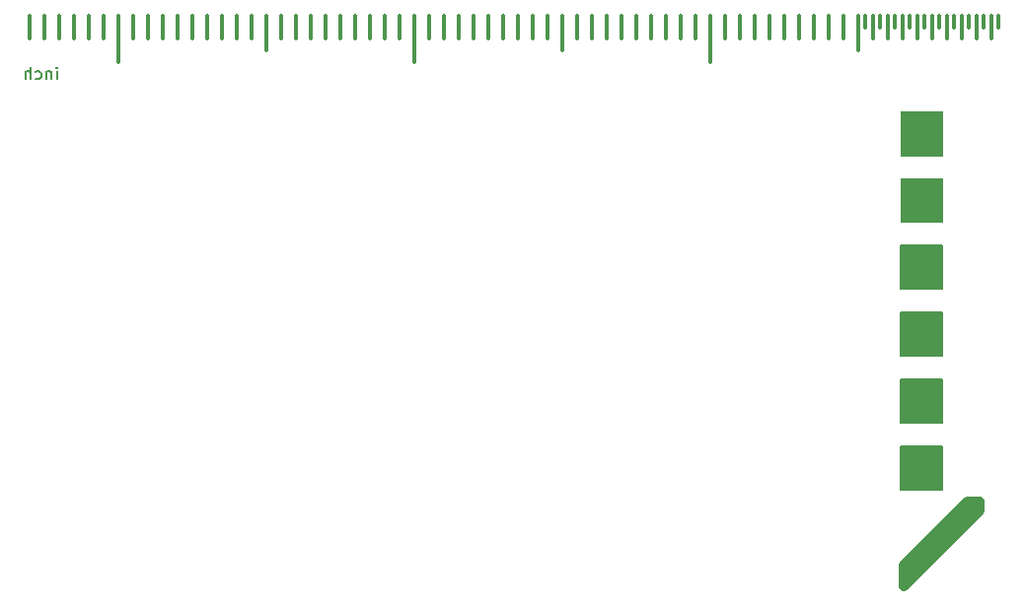
<source format=gbs>
G04 #@! TF.GenerationSoftware,KiCad,Pcbnew,5.1.6-c6e7f7d~87~ubuntu18.04.1*
G04 #@! TF.CreationDate,2020-08-01T12:19:59+02:00*
G04 #@! TF.ProjectId,pcbid-card,70636269-642d-4636-9172-642e6b696361,v1.0*
G04 #@! TF.SameCoordinates,Original*
G04 #@! TF.FileFunction,Soldermask,Bot*
G04 #@! TF.FilePolarity,Negative*
%FSLAX46Y46*%
G04 Gerber Fmt 4.6, Leading zero omitted, Abs format (unit mm)*
G04 Created by KiCad (PCBNEW 5.1.6-c6e7f7d~87~ubuntu18.04.1) date 2020-08-01 12:19:59*
%MOMM*%
%LPD*%
G01*
G04 APERTURE LIST*
%ADD10C,0.203200*%
%ADD11C,0.177800*%
%ADD12C,0.152400*%
%ADD13C,0.127000*%
%ADD14C,0.101600*%
%ADD15C,0.812800*%
%ADD16C,0.076200*%
%ADD17C,0.304800*%
%ADD18R,1.116000X1.116000*%
G04 APERTURE END LIST*
D10*
G36*
X79500000Y-40750000D02*
G01*
X76000000Y-40750000D01*
X76000000Y-37000000D01*
X79500000Y-37000000D01*
X79500000Y-40750000D01*
G37*
X79500000Y-40750000D02*
X76000000Y-40750000D01*
X76000000Y-37000000D01*
X79500000Y-37000000D01*
X79500000Y-40750000D01*
D11*
G36*
X79500000Y-35000000D02*
G01*
X76000000Y-35000000D01*
X76000000Y-31250000D01*
X79500000Y-31250000D01*
X79500000Y-35000000D01*
G37*
X79500000Y-35000000D02*
X76000000Y-35000000D01*
X76000000Y-31250000D01*
X79500000Y-31250000D01*
X79500000Y-35000000D01*
D12*
G36*
X79500000Y-29250000D02*
G01*
X76000000Y-29250000D01*
X76000000Y-25500000D01*
X79500000Y-25500000D01*
X79500000Y-29250000D01*
G37*
X79500000Y-29250000D02*
X76000000Y-29250000D01*
X76000000Y-25500000D01*
X79500000Y-25500000D01*
X79500000Y-29250000D01*
D13*
G36*
X79500000Y-23500000D02*
G01*
X76000000Y-23500000D01*
X76000000Y-19750000D01*
X79500000Y-19750000D01*
X79500000Y-23500000D01*
G37*
X79500000Y-23500000D02*
X76000000Y-23500000D01*
X76000000Y-19750000D01*
X79500000Y-19750000D01*
X79500000Y-23500000D01*
D14*
G36*
X79500000Y-17750000D02*
G01*
X76000000Y-17750000D01*
X76000000Y-14000000D01*
X79500000Y-14000000D01*
X79500000Y-17750000D01*
G37*
X79500000Y-17750000D02*
X76000000Y-17750000D01*
X76000000Y-14000000D01*
X79500000Y-14000000D01*
X79500000Y-17750000D01*
D15*
G36*
X82750000Y-42500000D02*
G01*
X76250000Y-49000000D01*
X76250000Y-47250000D01*
X81750000Y-41750000D01*
X82750000Y-41750000D01*
X82750000Y-42500000D01*
G37*
X82750000Y-42500000D02*
X76250000Y-49000000D01*
X76250000Y-47250000D01*
X81750000Y-41750000D01*
X82750000Y-41750000D01*
X82750000Y-42500000D01*
D16*
G36*
X79500000Y-12000000D02*
G01*
X76000000Y-12000000D01*
X76000000Y-8250000D01*
X79500000Y-8250000D01*
X79500000Y-12000000D01*
G37*
X79500000Y-12000000D02*
X76000000Y-12000000D01*
X76000000Y-8250000D01*
X79500000Y-8250000D01*
X79500000Y-12000000D01*
D12*
X3550298Y-5459619D02*
X3550298Y-4782285D01*
X3550298Y-4443619D02*
X3598679Y-4492000D01*
X3550298Y-4540380D01*
X3501917Y-4492000D01*
X3550298Y-4443619D01*
X3550298Y-4540380D01*
X3066488Y-4782285D02*
X3066488Y-5459619D01*
X3066488Y-4879047D02*
X3018107Y-4830666D01*
X2921345Y-4782285D01*
X2776202Y-4782285D01*
X2679440Y-4830666D01*
X2631060Y-4927428D01*
X2631060Y-5459619D01*
X1711821Y-5411238D02*
X1808583Y-5459619D01*
X2002107Y-5459619D01*
X2098869Y-5411238D01*
X2147250Y-5362857D01*
X2195631Y-5266095D01*
X2195631Y-4975809D01*
X2147250Y-4879047D01*
X2098869Y-4830666D01*
X2002107Y-4782285D01*
X1808583Y-4782285D01*
X1711821Y-4830666D01*
X1276393Y-5459619D02*
X1276393Y-4443619D01*
X840964Y-5459619D02*
X840964Y-4927428D01*
X889345Y-4830666D01*
X986107Y-4782285D01*
X1131250Y-4782285D01*
X1228012Y-4830666D01*
X1276393Y-4879047D01*
D17*
X8800000Y0D02*
X8800000Y-4000000D01*
X1180000Y0D02*
X1180000Y-2000000D01*
X2450000Y0D02*
X2450000Y-2000000D01*
X3720000Y0D02*
X3720000Y-2000000D01*
X4990000Y0D02*
X4990000Y-2000000D01*
X6260000Y0D02*
X6260000Y-2000000D01*
X7530000Y0D02*
X7530000Y-2000000D01*
X10070000Y0D02*
X10070000Y-2000000D01*
X11340000Y0D02*
X11340000Y-2000000D01*
X12610000Y0D02*
X12610000Y-2000000D01*
X13880000Y0D02*
X13880000Y-2000000D01*
X15150000Y0D02*
X15150000Y-2000000D01*
X16420000Y0D02*
X16420000Y-2000000D01*
X17690000Y0D02*
X17690000Y-2000000D01*
X18960000Y0D02*
X18960000Y-2000000D01*
X20230000Y0D02*
X20230000Y-2000000D01*
X21500000Y0D02*
X21500000Y-3000000D01*
X22770000Y0D02*
X22770000Y-2000000D01*
X24040000Y0D02*
X24040000Y-2000000D01*
X25310000Y0D02*
X25310000Y-2000000D01*
X26580000Y0D02*
X26580000Y-2000000D01*
X27850000Y0D02*
X27850000Y-2000000D01*
X29120000Y0D02*
X29120000Y-2000000D01*
X30390000Y0D02*
X30390000Y-2000000D01*
X34200000Y0D02*
X34200000Y-4000000D01*
X31660000Y0D02*
X31660000Y-2000000D01*
X32930000Y0D02*
X32930000Y-2000000D01*
X35470000Y0D02*
X35470000Y-2000000D01*
X36740000Y0D02*
X36740000Y-2000000D01*
X38010000Y0D02*
X38010000Y-2000000D01*
X39280000Y0D02*
X39280000Y-2000000D01*
X40550000Y0D02*
X40550000Y-2000000D01*
X41820000Y0D02*
X41820000Y-2000000D01*
X43090000Y0D02*
X43090000Y-2000000D01*
X44360000Y0D02*
X44360000Y-2000000D01*
X45630000Y0D02*
X45630000Y-2000000D01*
X46900000Y0D02*
X46900000Y-3000000D01*
X48170000Y0D02*
X48170000Y-2000000D01*
X49440000Y0D02*
X49440000Y-2000000D01*
X50710000Y0D02*
X50710000Y-2000000D01*
X51980000Y0D02*
X51980000Y-2000000D01*
X53250000Y0D02*
X53250000Y-2000000D01*
X54520000Y0D02*
X54520000Y-2000000D01*
X55790000Y0D02*
X55790000Y-2000000D01*
X57060000Y0D02*
X57060000Y-2000000D01*
X58330000Y0D02*
X58330000Y-2000000D01*
X59600000Y0D02*
X59600000Y-4000000D01*
X60870000Y0D02*
X60870000Y-2000000D01*
X62140000Y0D02*
X62140000Y-2000000D01*
X63410000Y0D02*
X63410000Y-2000000D01*
X64680000Y0D02*
X64680000Y-2000000D01*
X65950000Y0D02*
X65950000Y-2000000D01*
X67220000Y0D02*
X67220000Y-2000000D01*
X68490000Y0D02*
X68490000Y-2000000D01*
X69760000Y0D02*
X69760000Y-2000000D01*
X71030000Y0D02*
X71030000Y-2000000D01*
X72300000Y0D02*
X72300000Y-3000000D01*
X72935000Y0D02*
X72935000Y-1000000D01*
X73570000Y0D02*
X73570000Y-2000000D01*
X74205000Y0D02*
X74205000Y-1000000D01*
X74840000Y0D02*
X74840000Y-2000000D01*
X75475000Y0D02*
X75475000Y-1000000D01*
X76110000Y-2000000D02*
X76110000Y0D01*
X76745000Y0D02*
X76745000Y-1000000D01*
X77380000Y0D02*
X77380000Y-2000000D01*
X78015000Y0D02*
X78015000Y-1000000D01*
X78650000Y0D02*
X78650000Y-2000000D01*
X79285000Y0D02*
X79285000Y-1000000D01*
X79920000Y0D02*
X79920000Y-2000000D01*
X80555000Y0D02*
X80555000Y-1000000D01*
X81190000Y0D02*
X81190000Y-2000000D01*
X81825000Y0D02*
X81825000Y-1000000D01*
X82460000Y0D02*
X82460000Y-2000000D01*
X83095000Y0D02*
X83095000Y-1000000D01*
X83730000Y0D02*
X83730000Y-2000000D01*
X84365000Y0D02*
X84365000Y-1000000D01*
D18*
X76750000Y-47750000D03*
X79000000Y-45500000D03*
M02*

</source>
